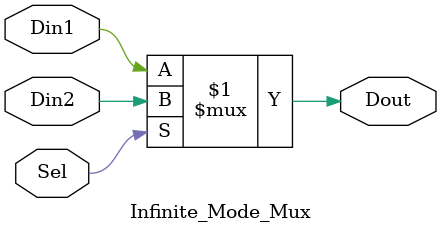
<source format=v>
`timescale	1ns/1ps

module	Infinite_Mode_Mux(Dout, Din1, Din2, Sel)	;

output	Dout	;
wire	Dout	;

input	Din1, Din2	;
wire	Din1, Din2	;

input	Sel	;
wire	Sel	;

/*
input	EN	;
wire	EN	;

input	Clock	;
wire	Clock	;
*/

assign	Dout = Sel ? Din2 : Din1	;

/*
always	@(posedge	Clock)
	begin
		if ( EN == 1'b1 )
			begin
				if ( Sel == 1'b1 )
					begin
						Dout <= Din2	;
					end
				else
					begin
						Dout <= Din1	;
					end
			end
		else
			begin
				Dout <= 1'b0	;
			end
	end
*/

endmodule


</source>
